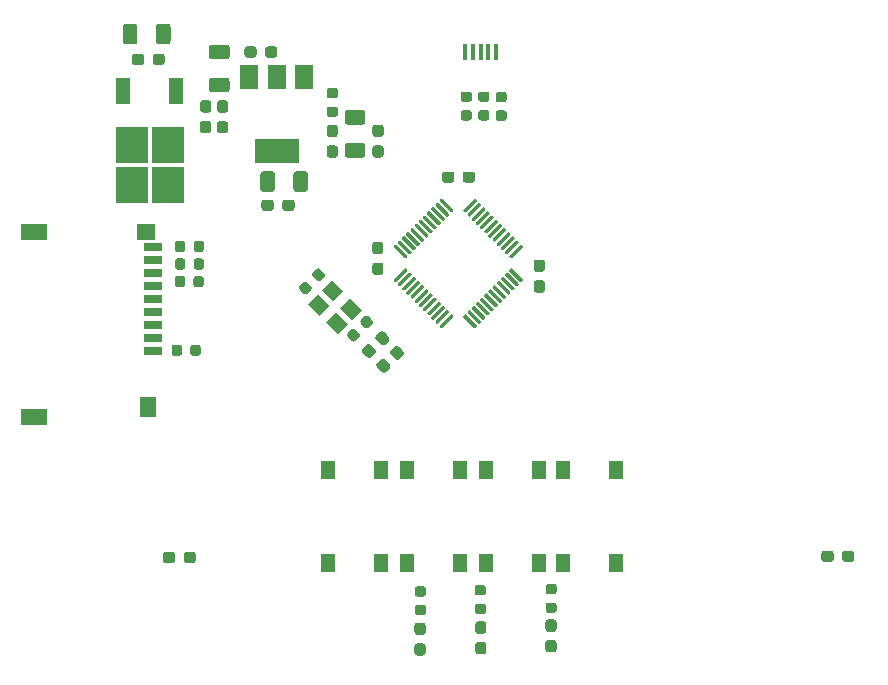
<source format=gbr>
%TF.GenerationSoftware,KiCad,Pcbnew,(5.1.6)-1*%
%TF.CreationDate,2020-09-08T21:04:45+07:00*%
%TF.ProjectId,C21_board,4332315f-626f-4617-9264-2e6b69636164,rev?*%
%TF.SameCoordinates,Original*%
%TF.FileFunction,Paste,Top*%
%TF.FilePolarity,Positive*%
%FSLAX46Y46*%
G04 Gerber Fmt 4.6, Leading zero omitted, Abs format (unit mm)*
G04 Created by KiCad (PCBNEW (5.1.6)-1) date 2020-09-08 21:04:45*
%MOMM*%
%LPD*%
G01*
G04 APERTURE LIST*
%ADD10R,1.300000X1.550000*%
%ADD11R,0.400000X1.350000*%
%ADD12R,2.750000X3.050000*%
%ADD13R,1.200000X2.200000*%
%ADD14C,0.100000*%
%ADD15R,1.500000X2.000000*%
%ADD16R,3.800000X2.000000*%
%ADD17R,1.600000X0.700000*%
%ADD18R,1.600000X1.400000*%
%ADD19R,2.200000X1.400000*%
%ADD20R,1.400000X1.800000*%
G04 APERTURE END LIST*
D10*
%TO.C,SW2*%
X148025000Y-107825000D03*
X152525000Y-107825000D03*
X152525000Y-99875000D03*
X148025000Y-99875000D03*
%TD*%
%TO.C,SW5*%
X141450000Y-107825000D03*
X145950000Y-107825000D03*
X145950000Y-99875000D03*
X141450000Y-99875000D03*
%TD*%
%TO.C,SW4*%
X134775000Y-107825000D03*
X139275000Y-107825000D03*
X139275000Y-99875000D03*
X134775000Y-99875000D03*
%TD*%
%TO.C,SW1*%
X128100000Y-107825000D03*
X132600000Y-107825000D03*
X132600000Y-99875000D03*
X128100000Y-99875000D03*
%TD*%
%TO.C,U3*%
G36*
G01*
X134624516Y-82000736D02*
X133687600Y-81063820D01*
G75*
G02*
X133687600Y-80957754I53033J53033D01*
G01*
X133793666Y-80851688D01*
G75*
G02*
X133899732Y-80851688I53033J-53033D01*
G01*
X134836648Y-81788604D01*
G75*
G02*
X134836648Y-81894670I-53033J-53033D01*
G01*
X134730582Y-82000736D01*
G75*
G02*
X134624516Y-82000736I-53033J53033D01*
G01*
G37*
G36*
G01*
X134978070Y-81647182D02*
X134041154Y-80710266D01*
G75*
G02*
X134041154Y-80604200I53033J53033D01*
G01*
X134147220Y-80498134D01*
G75*
G02*
X134253286Y-80498134I53033J-53033D01*
G01*
X135190202Y-81435050D01*
G75*
G02*
X135190202Y-81541116I-53033J-53033D01*
G01*
X135084136Y-81647182D01*
G75*
G02*
X134978070Y-81647182I-53033J53033D01*
G01*
G37*
G36*
G01*
X135331623Y-81293629D02*
X134394707Y-80356713D01*
G75*
G02*
X134394707Y-80250647I53033J53033D01*
G01*
X134500773Y-80144581D01*
G75*
G02*
X134606839Y-80144581I53033J-53033D01*
G01*
X135543755Y-81081497D01*
G75*
G02*
X135543755Y-81187563I-53033J-53033D01*
G01*
X135437689Y-81293629D01*
G75*
G02*
X135331623Y-81293629I-53033J53033D01*
G01*
G37*
G36*
G01*
X135685177Y-80940075D02*
X134748261Y-80003159D01*
G75*
G02*
X134748261Y-79897093I53033J53033D01*
G01*
X134854327Y-79791027D01*
G75*
G02*
X134960393Y-79791027I53033J-53033D01*
G01*
X135897309Y-80727943D01*
G75*
G02*
X135897309Y-80834009I-53033J-53033D01*
G01*
X135791243Y-80940075D01*
G75*
G02*
X135685177Y-80940075I-53033J53033D01*
G01*
G37*
G36*
G01*
X136038730Y-80586522D02*
X135101814Y-79649606D01*
G75*
G02*
X135101814Y-79543540I53033J53033D01*
G01*
X135207880Y-79437474D01*
G75*
G02*
X135313946Y-79437474I53033J-53033D01*
G01*
X136250862Y-80374390D01*
G75*
G02*
X136250862Y-80480456I-53033J-53033D01*
G01*
X136144796Y-80586522D01*
G75*
G02*
X136038730Y-80586522I-53033J53033D01*
G01*
G37*
G36*
G01*
X136392283Y-80232969D02*
X135455367Y-79296053D01*
G75*
G02*
X135455367Y-79189987I53033J53033D01*
G01*
X135561433Y-79083921D01*
G75*
G02*
X135667499Y-79083921I53033J-53033D01*
G01*
X136604415Y-80020837D01*
G75*
G02*
X136604415Y-80126903I-53033J-53033D01*
G01*
X136498349Y-80232969D01*
G75*
G02*
X136392283Y-80232969I-53033J53033D01*
G01*
G37*
G36*
G01*
X136745837Y-79879415D02*
X135808921Y-78942499D01*
G75*
G02*
X135808921Y-78836433I53033J53033D01*
G01*
X135914987Y-78730367D01*
G75*
G02*
X136021053Y-78730367I53033J-53033D01*
G01*
X136957969Y-79667283D01*
G75*
G02*
X136957969Y-79773349I-53033J-53033D01*
G01*
X136851903Y-79879415D01*
G75*
G02*
X136745837Y-79879415I-53033J53033D01*
G01*
G37*
G36*
G01*
X137099390Y-79525862D02*
X136162474Y-78588946D01*
G75*
G02*
X136162474Y-78482880I53033J53033D01*
G01*
X136268540Y-78376814D01*
G75*
G02*
X136374606Y-78376814I53033J-53033D01*
G01*
X137311522Y-79313730D01*
G75*
G02*
X137311522Y-79419796I-53033J-53033D01*
G01*
X137205456Y-79525862D01*
G75*
G02*
X137099390Y-79525862I-53033J53033D01*
G01*
G37*
G36*
G01*
X137452943Y-79172309D02*
X136516027Y-78235393D01*
G75*
G02*
X136516027Y-78129327I53033J53033D01*
G01*
X136622093Y-78023261D01*
G75*
G02*
X136728159Y-78023261I53033J-53033D01*
G01*
X137665075Y-78960177D01*
G75*
G02*
X137665075Y-79066243I-53033J-53033D01*
G01*
X137559009Y-79172309D01*
G75*
G02*
X137452943Y-79172309I-53033J53033D01*
G01*
G37*
G36*
G01*
X137806497Y-78818755D02*
X136869581Y-77881839D01*
G75*
G02*
X136869581Y-77775773I53033J53033D01*
G01*
X136975647Y-77669707D01*
G75*
G02*
X137081713Y-77669707I53033J-53033D01*
G01*
X138018629Y-78606623D01*
G75*
G02*
X138018629Y-78712689I-53033J-53033D01*
G01*
X137912563Y-78818755D01*
G75*
G02*
X137806497Y-78818755I-53033J53033D01*
G01*
G37*
G36*
G01*
X138160050Y-78465202D02*
X137223134Y-77528286D01*
G75*
G02*
X137223134Y-77422220I53033J53033D01*
G01*
X137329200Y-77316154D01*
G75*
G02*
X137435266Y-77316154I53033J-53033D01*
G01*
X138372182Y-78253070D01*
G75*
G02*
X138372182Y-78359136I-53033J-53033D01*
G01*
X138266116Y-78465202D01*
G75*
G02*
X138160050Y-78465202I-53033J53033D01*
G01*
G37*
G36*
G01*
X138513604Y-78111648D02*
X137576688Y-77174732D01*
G75*
G02*
X137576688Y-77068666I53033J53033D01*
G01*
X137682754Y-76962600D01*
G75*
G02*
X137788820Y-76962600I53033J-53033D01*
G01*
X138725736Y-77899516D01*
G75*
G02*
X138725736Y-78005582I-53033J-53033D01*
G01*
X138619670Y-78111648D01*
G75*
G02*
X138513604Y-78111648I-53033J53033D01*
G01*
G37*
G36*
G01*
X139680330Y-78111648D02*
X139574264Y-78005582D01*
G75*
G02*
X139574264Y-77899516I53033J53033D01*
G01*
X140511180Y-76962600D01*
G75*
G02*
X140617246Y-76962600I53033J-53033D01*
G01*
X140723312Y-77068666D01*
G75*
G02*
X140723312Y-77174732I-53033J-53033D01*
G01*
X139786396Y-78111648D01*
G75*
G02*
X139680330Y-78111648I-53033J53033D01*
G01*
G37*
G36*
G01*
X140033884Y-78465202D02*
X139927818Y-78359136D01*
G75*
G02*
X139927818Y-78253070I53033J53033D01*
G01*
X140864734Y-77316154D01*
G75*
G02*
X140970800Y-77316154I53033J-53033D01*
G01*
X141076866Y-77422220D01*
G75*
G02*
X141076866Y-77528286I-53033J-53033D01*
G01*
X140139950Y-78465202D01*
G75*
G02*
X140033884Y-78465202I-53033J53033D01*
G01*
G37*
G36*
G01*
X140387437Y-78818755D02*
X140281371Y-78712689D01*
G75*
G02*
X140281371Y-78606623I53033J53033D01*
G01*
X141218287Y-77669707D01*
G75*
G02*
X141324353Y-77669707I53033J-53033D01*
G01*
X141430419Y-77775773D01*
G75*
G02*
X141430419Y-77881839I-53033J-53033D01*
G01*
X140493503Y-78818755D01*
G75*
G02*
X140387437Y-78818755I-53033J53033D01*
G01*
G37*
G36*
G01*
X140740991Y-79172309D02*
X140634925Y-79066243D01*
G75*
G02*
X140634925Y-78960177I53033J53033D01*
G01*
X141571841Y-78023261D01*
G75*
G02*
X141677907Y-78023261I53033J-53033D01*
G01*
X141783973Y-78129327D01*
G75*
G02*
X141783973Y-78235393I-53033J-53033D01*
G01*
X140847057Y-79172309D01*
G75*
G02*
X140740991Y-79172309I-53033J53033D01*
G01*
G37*
G36*
G01*
X141094544Y-79525862D02*
X140988478Y-79419796D01*
G75*
G02*
X140988478Y-79313730I53033J53033D01*
G01*
X141925394Y-78376814D01*
G75*
G02*
X142031460Y-78376814I53033J-53033D01*
G01*
X142137526Y-78482880D01*
G75*
G02*
X142137526Y-78588946I-53033J-53033D01*
G01*
X141200610Y-79525862D01*
G75*
G02*
X141094544Y-79525862I-53033J53033D01*
G01*
G37*
G36*
G01*
X141448097Y-79879415D02*
X141342031Y-79773349D01*
G75*
G02*
X141342031Y-79667283I53033J53033D01*
G01*
X142278947Y-78730367D01*
G75*
G02*
X142385013Y-78730367I53033J-53033D01*
G01*
X142491079Y-78836433D01*
G75*
G02*
X142491079Y-78942499I-53033J-53033D01*
G01*
X141554163Y-79879415D01*
G75*
G02*
X141448097Y-79879415I-53033J53033D01*
G01*
G37*
G36*
G01*
X141801651Y-80232969D02*
X141695585Y-80126903D01*
G75*
G02*
X141695585Y-80020837I53033J53033D01*
G01*
X142632501Y-79083921D01*
G75*
G02*
X142738567Y-79083921I53033J-53033D01*
G01*
X142844633Y-79189987D01*
G75*
G02*
X142844633Y-79296053I-53033J-53033D01*
G01*
X141907717Y-80232969D01*
G75*
G02*
X141801651Y-80232969I-53033J53033D01*
G01*
G37*
G36*
G01*
X142155204Y-80586522D02*
X142049138Y-80480456D01*
G75*
G02*
X142049138Y-80374390I53033J53033D01*
G01*
X142986054Y-79437474D01*
G75*
G02*
X143092120Y-79437474I53033J-53033D01*
G01*
X143198186Y-79543540D01*
G75*
G02*
X143198186Y-79649606I-53033J-53033D01*
G01*
X142261270Y-80586522D01*
G75*
G02*
X142155204Y-80586522I-53033J53033D01*
G01*
G37*
G36*
G01*
X142508757Y-80940075D02*
X142402691Y-80834009D01*
G75*
G02*
X142402691Y-80727943I53033J53033D01*
G01*
X143339607Y-79791027D01*
G75*
G02*
X143445673Y-79791027I53033J-53033D01*
G01*
X143551739Y-79897093D01*
G75*
G02*
X143551739Y-80003159I-53033J-53033D01*
G01*
X142614823Y-80940075D01*
G75*
G02*
X142508757Y-80940075I-53033J53033D01*
G01*
G37*
G36*
G01*
X142862311Y-81293629D02*
X142756245Y-81187563D01*
G75*
G02*
X142756245Y-81081497I53033J53033D01*
G01*
X143693161Y-80144581D01*
G75*
G02*
X143799227Y-80144581I53033J-53033D01*
G01*
X143905293Y-80250647D01*
G75*
G02*
X143905293Y-80356713I-53033J-53033D01*
G01*
X142968377Y-81293629D01*
G75*
G02*
X142862311Y-81293629I-53033J53033D01*
G01*
G37*
G36*
G01*
X143215864Y-81647182D02*
X143109798Y-81541116D01*
G75*
G02*
X143109798Y-81435050I53033J53033D01*
G01*
X144046714Y-80498134D01*
G75*
G02*
X144152780Y-80498134I53033J-53033D01*
G01*
X144258846Y-80604200D01*
G75*
G02*
X144258846Y-80710266I-53033J-53033D01*
G01*
X143321930Y-81647182D01*
G75*
G02*
X143215864Y-81647182I-53033J53033D01*
G01*
G37*
G36*
G01*
X143569418Y-82000736D02*
X143463352Y-81894670D01*
G75*
G02*
X143463352Y-81788604I53033J53033D01*
G01*
X144400268Y-80851688D01*
G75*
G02*
X144506334Y-80851688I53033J-53033D01*
G01*
X144612400Y-80957754D01*
G75*
G02*
X144612400Y-81063820I-53033J-53033D01*
G01*
X143675484Y-82000736D01*
G75*
G02*
X143569418Y-82000736I-53033J53033D01*
G01*
G37*
G36*
G01*
X144400268Y-83998312D02*
X143463352Y-83061396D01*
G75*
G02*
X143463352Y-82955330I53033J53033D01*
G01*
X143569418Y-82849264D01*
G75*
G02*
X143675484Y-82849264I53033J-53033D01*
G01*
X144612400Y-83786180D01*
G75*
G02*
X144612400Y-83892246I-53033J-53033D01*
G01*
X144506334Y-83998312D01*
G75*
G02*
X144400268Y-83998312I-53033J53033D01*
G01*
G37*
G36*
G01*
X144046714Y-84351866D02*
X143109798Y-83414950D01*
G75*
G02*
X143109798Y-83308884I53033J53033D01*
G01*
X143215864Y-83202818D01*
G75*
G02*
X143321930Y-83202818I53033J-53033D01*
G01*
X144258846Y-84139734D01*
G75*
G02*
X144258846Y-84245800I-53033J-53033D01*
G01*
X144152780Y-84351866D01*
G75*
G02*
X144046714Y-84351866I-53033J53033D01*
G01*
G37*
G36*
G01*
X143693161Y-84705419D02*
X142756245Y-83768503D01*
G75*
G02*
X142756245Y-83662437I53033J53033D01*
G01*
X142862311Y-83556371D01*
G75*
G02*
X142968377Y-83556371I53033J-53033D01*
G01*
X143905293Y-84493287D01*
G75*
G02*
X143905293Y-84599353I-53033J-53033D01*
G01*
X143799227Y-84705419D01*
G75*
G02*
X143693161Y-84705419I-53033J53033D01*
G01*
G37*
G36*
G01*
X143339607Y-85058973D02*
X142402691Y-84122057D01*
G75*
G02*
X142402691Y-84015991I53033J53033D01*
G01*
X142508757Y-83909925D01*
G75*
G02*
X142614823Y-83909925I53033J-53033D01*
G01*
X143551739Y-84846841D01*
G75*
G02*
X143551739Y-84952907I-53033J-53033D01*
G01*
X143445673Y-85058973D01*
G75*
G02*
X143339607Y-85058973I-53033J53033D01*
G01*
G37*
G36*
G01*
X142986054Y-85412526D02*
X142049138Y-84475610D01*
G75*
G02*
X142049138Y-84369544I53033J53033D01*
G01*
X142155204Y-84263478D01*
G75*
G02*
X142261270Y-84263478I53033J-53033D01*
G01*
X143198186Y-85200394D01*
G75*
G02*
X143198186Y-85306460I-53033J-53033D01*
G01*
X143092120Y-85412526D01*
G75*
G02*
X142986054Y-85412526I-53033J53033D01*
G01*
G37*
G36*
G01*
X142632501Y-85766079D02*
X141695585Y-84829163D01*
G75*
G02*
X141695585Y-84723097I53033J53033D01*
G01*
X141801651Y-84617031D01*
G75*
G02*
X141907717Y-84617031I53033J-53033D01*
G01*
X142844633Y-85553947D01*
G75*
G02*
X142844633Y-85660013I-53033J-53033D01*
G01*
X142738567Y-85766079D01*
G75*
G02*
X142632501Y-85766079I-53033J53033D01*
G01*
G37*
G36*
G01*
X142278947Y-86119633D02*
X141342031Y-85182717D01*
G75*
G02*
X141342031Y-85076651I53033J53033D01*
G01*
X141448097Y-84970585D01*
G75*
G02*
X141554163Y-84970585I53033J-53033D01*
G01*
X142491079Y-85907501D01*
G75*
G02*
X142491079Y-86013567I-53033J-53033D01*
G01*
X142385013Y-86119633D01*
G75*
G02*
X142278947Y-86119633I-53033J53033D01*
G01*
G37*
G36*
G01*
X141925394Y-86473186D02*
X140988478Y-85536270D01*
G75*
G02*
X140988478Y-85430204I53033J53033D01*
G01*
X141094544Y-85324138D01*
G75*
G02*
X141200610Y-85324138I53033J-53033D01*
G01*
X142137526Y-86261054D01*
G75*
G02*
X142137526Y-86367120I-53033J-53033D01*
G01*
X142031460Y-86473186D01*
G75*
G02*
X141925394Y-86473186I-53033J53033D01*
G01*
G37*
G36*
G01*
X141571841Y-86826739D02*
X140634925Y-85889823D01*
G75*
G02*
X140634925Y-85783757I53033J53033D01*
G01*
X140740991Y-85677691D01*
G75*
G02*
X140847057Y-85677691I53033J-53033D01*
G01*
X141783973Y-86614607D01*
G75*
G02*
X141783973Y-86720673I-53033J-53033D01*
G01*
X141677907Y-86826739D01*
G75*
G02*
X141571841Y-86826739I-53033J53033D01*
G01*
G37*
G36*
G01*
X141218287Y-87180293D02*
X140281371Y-86243377D01*
G75*
G02*
X140281371Y-86137311I53033J53033D01*
G01*
X140387437Y-86031245D01*
G75*
G02*
X140493503Y-86031245I53033J-53033D01*
G01*
X141430419Y-86968161D01*
G75*
G02*
X141430419Y-87074227I-53033J-53033D01*
G01*
X141324353Y-87180293D01*
G75*
G02*
X141218287Y-87180293I-53033J53033D01*
G01*
G37*
G36*
G01*
X140864734Y-87533846D02*
X139927818Y-86596930D01*
G75*
G02*
X139927818Y-86490864I53033J53033D01*
G01*
X140033884Y-86384798D01*
G75*
G02*
X140139950Y-86384798I53033J-53033D01*
G01*
X141076866Y-87321714D01*
G75*
G02*
X141076866Y-87427780I-53033J-53033D01*
G01*
X140970800Y-87533846D01*
G75*
G02*
X140864734Y-87533846I-53033J53033D01*
G01*
G37*
G36*
G01*
X140511180Y-87887400D02*
X139574264Y-86950484D01*
G75*
G02*
X139574264Y-86844418I53033J53033D01*
G01*
X139680330Y-86738352D01*
G75*
G02*
X139786396Y-86738352I53033J-53033D01*
G01*
X140723312Y-87675268D01*
G75*
G02*
X140723312Y-87781334I-53033J-53033D01*
G01*
X140617246Y-87887400D01*
G75*
G02*
X140511180Y-87887400I-53033J53033D01*
G01*
G37*
G36*
G01*
X137682754Y-87887400D02*
X137576688Y-87781334D01*
G75*
G02*
X137576688Y-87675268I53033J53033D01*
G01*
X138513604Y-86738352D01*
G75*
G02*
X138619670Y-86738352I53033J-53033D01*
G01*
X138725736Y-86844418D01*
G75*
G02*
X138725736Y-86950484I-53033J-53033D01*
G01*
X137788820Y-87887400D01*
G75*
G02*
X137682754Y-87887400I-53033J53033D01*
G01*
G37*
G36*
G01*
X137329200Y-87533846D02*
X137223134Y-87427780D01*
G75*
G02*
X137223134Y-87321714I53033J53033D01*
G01*
X138160050Y-86384798D01*
G75*
G02*
X138266116Y-86384798I53033J-53033D01*
G01*
X138372182Y-86490864D01*
G75*
G02*
X138372182Y-86596930I-53033J-53033D01*
G01*
X137435266Y-87533846D01*
G75*
G02*
X137329200Y-87533846I-53033J53033D01*
G01*
G37*
G36*
G01*
X136975647Y-87180293D02*
X136869581Y-87074227D01*
G75*
G02*
X136869581Y-86968161I53033J53033D01*
G01*
X137806497Y-86031245D01*
G75*
G02*
X137912563Y-86031245I53033J-53033D01*
G01*
X138018629Y-86137311D01*
G75*
G02*
X138018629Y-86243377I-53033J-53033D01*
G01*
X137081713Y-87180293D01*
G75*
G02*
X136975647Y-87180293I-53033J53033D01*
G01*
G37*
G36*
G01*
X136622093Y-86826739D02*
X136516027Y-86720673D01*
G75*
G02*
X136516027Y-86614607I53033J53033D01*
G01*
X137452943Y-85677691D01*
G75*
G02*
X137559009Y-85677691I53033J-53033D01*
G01*
X137665075Y-85783757D01*
G75*
G02*
X137665075Y-85889823I-53033J-53033D01*
G01*
X136728159Y-86826739D01*
G75*
G02*
X136622093Y-86826739I-53033J53033D01*
G01*
G37*
G36*
G01*
X136268540Y-86473186D02*
X136162474Y-86367120D01*
G75*
G02*
X136162474Y-86261054I53033J53033D01*
G01*
X137099390Y-85324138D01*
G75*
G02*
X137205456Y-85324138I53033J-53033D01*
G01*
X137311522Y-85430204D01*
G75*
G02*
X137311522Y-85536270I-53033J-53033D01*
G01*
X136374606Y-86473186D01*
G75*
G02*
X136268540Y-86473186I-53033J53033D01*
G01*
G37*
G36*
G01*
X135914987Y-86119633D02*
X135808921Y-86013567D01*
G75*
G02*
X135808921Y-85907501I53033J53033D01*
G01*
X136745837Y-84970585D01*
G75*
G02*
X136851903Y-84970585I53033J-53033D01*
G01*
X136957969Y-85076651D01*
G75*
G02*
X136957969Y-85182717I-53033J-53033D01*
G01*
X136021053Y-86119633D01*
G75*
G02*
X135914987Y-86119633I-53033J53033D01*
G01*
G37*
G36*
G01*
X135561433Y-85766079D02*
X135455367Y-85660013D01*
G75*
G02*
X135455367Y-85553947I53033J53033D01*
G01*
X136392283Y-84617031D01*
G75*
G02*
X136498349Y-84617031I53033J-53033D01*
G01*
X136604415Y-84723097D01*
G75*
G02*
X136604415Y-84829163I-53033J-53033D01*
G01*
X135667499Y-85766079D01*
G75*
G02*
X135561433Y-85766079I-53033J53033D01*
G01*
G37*
G36*
G01*
X135207880Y-85412526D02*
X135101814Y-85306460D01*
G75*
G02*
X135101814Y-85200394I53033J53033D01*
G01*
X136038730Y-84263478D01*
G75*
G02*
X136144796Y-84263478I53033J-53033D01*
G01*
X136250862Y-84369544D01*
G75*
G02*
X136250862Y-84475610I-53033J-53033D01*
G01*
X135313946Y-85412526D01*
G75*
G02*
X135207880Y-85412526I-53033J53033D01*
G01*
G37*
G36*
G01*
X134854327Y-85058973D02*
X134748261Y-84952907D01*
G75*
G02*
X134748261Y-84846841I53033J53033D01*
G01*
X135685177Y-83909925D01*
G75*
G02*
X135791243Y-83909925I53033J-53033D01*
G01*
X135897309Y-84015991D01*
G75*
G02*
X135897309Y-84122057I-53033J-53033D01*
G01*
X134960393Y-85058973D01*
G75*
G02*
X134854327Y-85058973I-53033J53033D01*
G01*
G37*
G36*
G01*
X134500773Y-84705419D02*
X134394707Y-84599353D01*
G75*
G02*
X134394707Y-84493287I53033J53033D01*
G01*
X135331623Y-83556371D01*
G75*
G02*
X135437689Y-83556371I53033J-53033D01*
G01*
X135543755Y-83662437D01*
G75*
G02*
X135543755Y-83768503I-53033J-53033D01*
G01*
X134606839Y-84705419D01*
G75*
G02*
X134500773Y-84705419I-53033J53033D01*
G01*
G37*
G36*
G01*
X134147220Y-84351866D02*
X134041154Y-84245800D01*
G75*
G02*
X134041154Y-84139734I53033J53033D01*
G01*
X134978070Y-83202818D01*
G75*
G02*
X135084136Y-83202818I53033J-53033D01*
G01*
X135190202Y-83308884D01*
G75*
G02*
X135190202Y-83414950I-53033J-53033D01*
G01*
X134253286Y-84351866D01*
G75*
G02*
X134147220Y-84351866I-53033J53033D01*
G01*
G37*
G36*
G01*
X133793666Y-83998312D02*
X133687600Y-83892246D01*
G75*
G02*
X133687600Y-83786180I53033J53033D01*
G01*
X134624516Y-82849264D01*
G75*
G02*
X134730582Y-82849264I53033J-53033D01*
G01*
X134836648Y-82955330D01*
G75*
G02*
X134836648Y-83061396I-53033J-53033D01*
G01*
X133899732Y-83998312D01*
G75*
G02*
X133793666Y-83998312I-53033J53033D01*
G01*
G37*
%TD*%
%TO.C,C2*%
G36*
G01*
X131260531Y-87876861D02*
X130898138Y-87514469D01*
G75*
G02*
X130898138Y-87205109I154680J154680D01*
G01*
X131207497Y-86895750D01*
G75*
G02*
X131516857Y-86895750I154680J-154680D01*
G01*
X131879250Y-87258143D01*
G75*
G02*
X131879250Y-87567503I-154680J-154680D01*
G01*
X131569891Y-87876862D01*
G75*
G02*
X131260531Y-87876862I-154680J154680D01*
G01*
G37*
G36*
G01*
X130146837Y-88990555D02*
X129784444Y-88628163D01*
G75*
G02*
X129784444Y-88318803I154680J154680D01*
G01*
X130093803Y-88009444D01*
G75*
G02*
X130403163Y-88009444I154680J-154680D01*
G01*
X130765556Y-88371837D01*
G75*
G02*
X130765556Y-88681197I-154680J-154680D01*
G01*
X130456197Y-88990556D01*
G75*
G02*
X130146837Y-88990556I-154680J154680D01*
G01*
G37*
%TD*%
%TO.C,C1*%
G36*
G01*
X127178684Y-83883708D02*
X126816291Y-83521316D01*
G75*
G02*
X126816291Y-83211956I154680J154680D01*
G01*
X127125650Y-82902597D01*
G75*
G02*
X127435010Y-82902597I154680J-154680D01*
G01*
X127797403Y-83264990D01*
G75*
G02*
X127797403Y-83574350I-154680J-154680D01*
G01*
X127488044Y-83883709D01*
G75*
G02*
X127178684Y-83883709I-154680J154680D01*
G01*
G37*
G36*
G01*
X126064990Y-84997402D02*
X125702597Y-84635010D01*
G75*
G02*
X125702597Y-84325650I154680J154680D01*
G01*
X126011956Y-84016291D01*
G75*
G02*
X126321316Y-84016291I154680J-154680D01*
G01*
X126683709Y-84378684D01*
G75*
G02*
X126683709Y-84688044I-154680J-154680D01*
G01*
X126374350Y-84997403D01*
G75*
G02*
X126064990Y-84997403I-154680J154680D01*
G01*
G37*
%TD*%
%TO.C,C21*%
G36*
G01*
X113250000Y-65387500D02*
X113250000Y-64912500D01*
G75*
G02*
X113487500Y-64675000I237500J0D01*
G01*
X114062500Y-64675000D01*
G75*
G02*
X114300000Y-64912500I0J-237500D01*
G01*
X114300000Y-65387500D01*
G75*
G02*
X114062500Y-65625000I-237500J0D01*
G01*
X113487500Y-65625000D01*
G75*
G02*
X113250000Y-65387500I0J237500D01*
G01*
G37*
G36*
G01*
X111500000Y-65387500D02*
X111500000Y-64912500D01*
G75*
G02*
X111737500Y-64675000I237500J0D01*
G01*
X112312500Y-64675000D01*
G75*
G02*
X112550000Y-64912500I0J-237500D01*
G01*
X112550000Y-65387500D01*
G75*
G02*
X112312500Y-65625000I-237500J0D01*
G01*
X111737500Y-65625000D01*
G75*
G02*
X111500000Y-65387500I0J237500D01*
G01*
G37*
%TD*%
%TO.C,C4*%
G36*
G01*
X118275000Y-66700000D02*
X119525000Y-66700000D01*
G75*
G02*
X119775000Y-66950000I0J-250000D01*
G01*
X119775000Y-67700000D01*
G75*
G02*
X119525000Y-67950000I-250000J0D01*
G01*
X118275000Y-67950000D01*
G75*
G02*
X118025000Y-67700000I0J250000D01*
G01*
X118025000Y-66950000D01*
G75*
G02*
X118275000Y-66700000I250000J0D01*
G01*
G37*
G36*
G01*
X118275000Y-63900000D02*
X119525000Y-63900000D01*
G75*
G02*
X119775000Y-64150000I0J-250000D01*
G01*
X119775000Y-64900000D01*
G75*
G02*
X119525000Y-65150000I-250000J0D01*
G01*
X118275000Y-65150000D01*
G75*
G02*
X118025000Y-64900000I0J250000D01*
G01*
X118025000Y-64150000D01*
G75*
G02*
X118275000Y-63900000I250000J0D01*
G01*
G37*
%TD*%
%TO.C,C25*%
G36*
G01*
X131025000Y-70675000D02*
X129775000Y-70675000D01*
G75*
G02*
X129525000Y-70425000I0J250000D01*
G01*
X129525000Y-69675000D01*
G75*
G02*
X129775000Y-69425000I250000J0D01*
G01*
X131025000Y-69425000D01*
G75*
G02*
X131275000Y-69675000I0J-250000D01*
G01*
X131275000Y-70425000D01*
G75*
G02*
X131025000Y-70675000I-250000J0D01*
G01*
G37*
G36*
G01*
X131025000Y-73475000D02*
X129775000Y-73475000D01*
G75*
G02*
X129525000Y-73225000I0J250000D01*
G01*
X129525000Y-72475000D01*
G75*
G02*
X129775000Y-72225000I250000J0D01*
G01*
X131025000Y-72225000D01*
G75*
G02*
X131275000Y-72475000I0J-250000D01*
G01*
X131275000Y-73225000D01*
G75*
G02*
X131025000Y-73475000I-250000J0D01*
G01*
G37*
%TD*%
%TO.C,C24*%
G36*
G01*
X132587500Y-71725000D02*
X132112500Y-71725000D01*
G75*
G02*
X131875000Y-71487500I0J237500D01*
G01*
X131875000Y-70912500D01*
G75*
G02*
X132112500Y-70675000I237500J0D01*
G01*
X132587500Y-70675000D01*
G75*
G02*
X132825000Y-70912500I0J-237500D01*
G01*
X132825000Y-71487500D01*
G75*
G02*
X132587500Y-71725000I-237500J0D01*
G01*
G37*
G36*
G01*
X132587500Y-73475000D02*
X132112500Y-73475000D01*
G75*
G02*
X131875000Y-73237500I0J237500D01*
G01*
X131875000Y-72662500D01*
G75*
G02*
X132112500Y-72425000I237500J0D01*
G01*
X132587500Y-72425000D01*
G75*
G02*
X132825000Y-72662500I0J-237500D01*
G01*
X132825000Y-73237500D01*
G75*
G02*
X132587500Y-73475000I-237500J0D01*
G01*
G37*
%TD*%
D11*
%TO.C,USB*%
X141025000Y-64487500D03*
X140375000Y-64487500D03*
X139725000Y-64487500D03*
X142325000Y-64487500D03*
X141675000Y-64487500D03*
%TD*%
%TO.C,C20*%
G36*
G01*
X113525000Y-63625000D02*
X113525000Y-62375000D01*
G75*
G02*
X113775000Y-62125000I250000J0D01*
G01*
X114525000Y-62125000D01*
G75*
G02*
X114775000Y-62375000I0J-250000D01*
G01*
X114775000Y-63625000D01*
G75*
G02*
X114525000Y-63875000I-250000J0D01*
G01*
X113775000Y-63875000D01*
G75*
G02*
X113525000Y-63625000I0J250000D01*
G01*
G37*
G36*
G01*
X110725000Y-63625000D02*
X110725000Y-62375000D01*
G75*
G02*
X110975000Y-62125000I250000J0D01*
G01*
X111725000Y-62125000D01*
G75*
G02*
X111975000Y-62375000I0J-250000D01*
G01*
X111975000Y-63625000D01*
G75*
G02*
X111725000Y-63875000I-250000J0D01*
G01*
X110975000Y-63875000D01*
G75*
G02*
X110725000Y-63625000I0J250000D01*
G01*
G37*
%TD*%
D12*
%TO.C,U4*%
X111475000Y-72425000D03*
X114525000Y-75775000D03*
X114525000Y-72425000D03*
X111475000Y-75775000D03*
D13*
X110720000Y-67800000D03*
X115280000Y-67800000D03*
%TD*%
%TO.C,D4*%
G36*
G01*
X135678750Y-111335000D02*
X136191250Y-111335000D01*
G75*
G02*
X136410000Y-111553750I0J-218750D01*
G01*
X136410000Y-111991250D01*
G75*
G02*
X136191250Y-112210000I-218750J0D01*
G01*
X135678750Y-112210000D01*
G75*
G02*
X135460000Y-111991250I0J218750D01*
G01*
X135460000Y-111553750D01*
G75*
G02*
X135678750Y-111335000I218750J0D01*
G01*
G37*
G36*
G01*
X135678750Y-109760000D02*
X136191250Y-109760000D01*
G75*
G02*
X136410000Y-109978750I0J-218750D01*
G01*
X136410000Y-110416250D01*
G75*
G02*
X136191250Y-110635000I-218750J0D01*
G01*
X135678750Y-110635000D01*
G75*
G02*
X135460000Y-110416250I0J218750D01*
G01*
X135460000Y-109978750D01*
G75*
G02*
X135678750Y-109760000I218750J0D01*
G01*
G37*
%TD*%
%TO.C,D3*%
G36*
G01*
X140753750Y-111235000D02*
X141266250Y-111235000D01*
G75*
G02*
X141485000Y-111453750I0J-218750D01*
G01*
X141485000Y-111891250D01*
G75*
G02*
X141266250Y-112110000I-218750J0D01*
G01*
X140753750Y-112110000D01*
G75*
G02*
X140535000Y-111891250I0J218750D01*
G01*
X140535000Y-111453750D01*
G75*
G02*
X140753750Y-111235000I218750J0D01*
G01*
G37*
G36*
G01*
X140753750Y-109660000D02*
X141266250Y-109660000D01*
G75*
G02*
X141485000Y-109878750I0J-218750D01*
G01*
X141485000Y-110316250D01*
G75*
G02*
X141266250Y-110535000I-218750J0D01*
G01*
X140753750Y-110535000D01*
G75*
G02*
X140535000Y-110316250I0J218750D01*
G01*
X140535000Y-109878750D01*
G75*
G02*
X140753750Y-109660000I218750J0D01*
G01*
G37*
%TD*%
%TO.C,R17*%
G36*
G01*
X135662500Y-114585000D02*
X136137500Y-114585000D01*
G75*
G02*
X136375000Y-114822500I0J-237500D01*
G01*
X136375000Y-115397500D01*
G75*
G02*
X136137500Y-115635000I-237500J0D01*
G01*
X135662500Y-115635000D01*
G75*
G02*
X135425000Y-115397500I0J237500D01*
G01*
X135425000Y-114822500D01*
G75*
G02*
X135662500Y-114585000I237500J0D01*
G01*
G37*
G36*
G01*
X135662500Y-112835000D02*
X136137500Y-112835000D01*
G75*
G02*
X136375000Y-113072500I0J-237500D01*
G01*
X136375000Y-113647500D01*
G75*
G02*
X136137500Y-113885000I-237500J0D01*
G01*
X135662500Y-113885000D01*
G75*
G02*
X135425000Y-113647500I0J237500D01*
G01*
X135425000Y-113072500D01*
G75*
G02*
X135662500Y-112835000I237500J0D01*
G01*
G37*
%TD*%
%TO.C,R16*%
G36*
G01*
X140812500Y-114485000D02*
X141287500Y-114485000D01*
G75*
G02*
X141525000Y-114722500I0J-237500D01*
G01*
X141525000Y-115297500D01*
G75*
G02*
X141287500Y-115535000I-237500J0D01*
G01*
X140812500Y-115535000D01*
G75*
G02*
X140575000Y-115297500I0J237500D01*
G01*
X140575000Y-114722500D01*
G75*
G02*
X140812500Y-114485000I237500J0D01*
G01*
G37*
G36*
G01*
X140812500Y-112735000D02*
X141287500Y-112735000D01*
G75*
G02*
X141525000Y-112972500I0J-237500D01*
G01*
X141525000Y-113547500D01*
G75*
G02*
X141287500Y-113785000I-237500J0D01*
G01*
X140812500Y-113785000D01*
G75*
G02*
X140575000Y-113547500I0J237500D01*
G01*
X140575000Y-112972500D01*
G75*
G02*
X140812500Y-112735000I237500J0D01*
G01*
G37*
%TD*%
%TO.C,R15*%
G36*
G01*
X146747500Y-114315000D02*
X147222500Y-114315000D01*
G75*
G02*
X147460000Y-114552500I0J-237500D01*
G01*
X147460000Y-115127500D01*
G75*
G02*
X147222500Y-115365000I-237500J0D01*
G01*
X146747500Y-115365000D01*
G75*
G02*
X146510000Y-115127500I0J237500D01*
G01*
X146510000Y-114552500D01*
G75*
G02*
X146747500Y-114315000I237500J0D01*
G01*
G37*
G36*
G01*
X146747500Y-112565000D02*
X147222500Y-112565000D01*
G75*
G02*
X147460000Y-112802500I0J-237500D01*
G01*
X147460000Y-113377500D01*
G75*
G02*
X147222500Y-113615000I-237500J0D01*
G01*
X146747500Y-113615000D01*
G75*
G02*
X146510000Y-113377500I0J237500D01*
G01*
X146510000Y-112802500D01*
G75*
G02*
X146747500Y-112565000I237500J0D01*
G01*
G37*
%TD*%
%TO.C,D2*%
G36*
G01*
X146743750Y-111135000D02*
X147256250Y-111135000D01*
G75*
G02*
X147475000Y-111353750I0J-218750D01*
G01*
X147475000Y-111791250D01*
G75*
G02*
X147256250Y-112010000I-218750J0D01*
G01*
X146743750Y-112010000D01*
G75*
G02*
X146525000Y-111791250I0J218750D01*
G01*
X146525000Y-111353750D01*
G75*
G02*
X146743750Y-111135000I218750J0D01*
G01*
G37*
G36*
G01*
X146743750Y-109560000D02*
X147256250Y-109560000D01*
G75*
G02*
X147475000Y-109778750I0J-218750D01*
G01*
X147475000Y-110216250D01*
G75*
G02*
X147256250Y-110435000I-218750J0D01*
G01*
X146743750Y-110435000D01*
G75*
G02*
X146525000Y-110216250I0J218750D01*
G01*
X146525000Y-109778750D01*
G75*
G02*
X146743750Y-109560000I218750J0D01*
G01*
G37*
%TD*%
%TO.C,C23*%
G36*
G01*
X119417500Y-69670000D02*
X118942500Y-69670000D01*
G75*
G02*
X118705000Y-69432500I0J237500D01*
G01*
X118705000Y-68857500D01*
G75*
G02*
X118942500Y-68620000I237500J0D01*
G01*
X119417500Y-68620000D01*
G75*
G02*
X119655000Y-68857500I0J-237500D01*
G01*
X119655000Y-69432500D01*
G75*
G02*
X119417500Y-69670000I-237500J0D01*
G01*
G37*
G36*
G01*
X119417500Y-71420000D02*
X118942500Y-71420000D01*
G75*
G02*
X118705000Y-71182500I0J237500D01*
G01*
X118705000Y-70607500D01*
G75*
G02*
X118942500Y-70370000I237500J0D01*
G01*
X119417500Y-70370000D01*
G75*
G02*
X119655000Y-70607500I0J-237500D01*
G01*
X119655000Y-71182500D01*
G75*
G02*
X119417500Y-71420000I-237500J0D01*
G01*
G37*
%TD*%
%TO.C,C22*%
G36*
G01*
X117987500Y-69650000D02*
X117512500Y-69650000D01*
G75*
G02*
X117275000Y-69412500I0J237500D01*
G01*
X117275000Y-68837500D01*
G75*
G02*
X117512500Y-68600000I237500J0D01*
G01*
X117987500Y-68600000D01*
G75*
G02*
X118225000Y-68837500I0J-237500D01*
G01*
X118225000Y-69412500D01*
G75*
G02*
X117987500Y-69650000I-237500J0D01*
G01*
G37*
G36*
G01*
X117987500Y-71400000D02*
X117512500Y-71400000D01*
G75*
G02*
X117275000Y-71162500I0J237500D01*
G01*
X117275000Y-70587500D01*
G75*
G02*
X117512500Y-70350000I237500J0D01*
G01*
X117987500Y-70350000D01*
G75*
G02*
X118225000Y-70587500I0J-237500D01*
G01*
X118225000Y-71162500D01*
G75*
G02*
X117987500Y-71400000I-237500J0D01*
G01*
G37*
%TD*%
%TO.C,C19*%
G36*
G01*
X124225000Y-77737500D02*
X124225000Y-77262500D01*
G75*
G02*
X124462500Y-77025000I237500J0D01*
G01*
X125037500Y-77025000D01*
G75*
G02*
X125275000Y-77262500I0J-237500D01*
G01*
X125275000Y-77737500D01*
G75*
G02*
X125037500Y-77975000I-237500J0D01*
G01*
X124462500Y-77975000D01*
G75*
G02*
X124225000Y-77737500I0J237500D01*
G01*
G37*
G36*
G01*
X122475000Y-77737500D02*
X122475000Y-77262500D01*
G75*
G02*
X122712500Y-77025000I237500J0D01*
G01*
X123287500Y-77025000D01*
G75*
G02*
X123525000Y-77262500I0J-237500D01*
G01*
X123525000Y-77737500D01*
G75*
G02*
X123287500Y-77975000I-237500J0D01*
G01*
X122712500Y-77975000D01*
G75*
G02*
X122475000Y-77737500I0J237500D01*
G01*
G37*
%TD*%
D14*
%TO.C,Y1*%
G36*
X127577207Y-84646573D02*
G01*
X128425735Y-83798045D01*
X129415685Y-84787995D01*
X128567157Y-85636523D01*
X127577207Y-84646573D01*
G37*
G36*
X129132842Y-86202208D02*
G01*
X129981370Y-85353680D01*
X130971320Y-86343630D01*
X130122792Y-87192158D01*
X129132842Y-86202208D01*
G37*
G36*
X127930761Y-87404289D02*
G01*
X128779289Y-86555761D01*
X129769239Y-87545711D01*
X128920711Y-88394239D01*
X127930761Y-87404289D01*
G37*
G36*
X126375126Y-85848654D02*
G01*
X127223654Y-85000126D01*
X128213604Y-85990076D01*
X127365076Y-86838604D01*
X126375126Y-85848654D01*
G37*
%TD*%
D15*
%TO.C,AMS1117*%
X126050000Y-66600000D03*
X121450000Y-66600000D03*
X123750000Y-66600000D03*
D16*
X123750000Y-72900000D03*
%TD*%
%TO.C,R9*%
G36*
G01*
X116720000Y-84226250D02*
X116720000Y-83713750D01*
G75*
G02*
X116938750Y-83495000I218750J0D01*
G01*
X117376250Y-83495000D01*
G75*
G02*
X117595000Y-83713750I0J-218750D01*
G01*
X117595000Y-84226250D01*
G75*
G02*
X117376250Y-84445000I-218750J0D01*
G01*
X116938750Y-84445000D01*
G75*
G02*
X116720000Y-84226250I0J218750D01*
G01*
G37*
G36*
G01*
X115145000Y-84226250D02*
X115145000Y-83713750D01*
G75*
G02*
X115363750Y-83495000I218750J0D01*
G01*
X115801250Y-83495000D01*
G75*
G02*
X116020000Y-83713750I0J-218750D01*
G01*
X116020000Y-84226250D01*
G75*
G02*
X115801250Y-84445000I-218750J0D01*
G01*
X115363750Y-84445000D01*
G75*
G02*
X115145000Y-84226250I0J218750D01*
G01*
G37*
%TD*%
%TO.C,R8*%
G36*
G01*
X116730000Y-81241250D02*
X116730000Y-80728750D01*
G75*
G02*
X116948750Y-80510000I218750J0D01*
G01*
X117386250Y-80510000D01*
G75*
G02*
X117605000Y-80728750I0J-218750D01*
G01*
X117605000Y-81241250D01*
G75*
G02*
X117386250Y-81460000I-218750J0D01*
G01*
X116948750Y-81460000D01*
G75*
G02*
X116730000Y-81241250I0J218750D01*
G01*
G37*
G36*
G01*
X115155000Y-81241250D02*
X115155000Y-80728750D01*
G75*
G02*
X115373750Y-80510000I218750J0D01*
G01*
X115811250Y-80510000D01*
G75*
G02*
X116030000Y-80728750I0J-218750D01*
G01*
X116030000Y-81241250D01*
G75*
G02*
X115811250Y-81460000I-218750J0D01*
G01*
X115373750Y-81460000D01*
G75*
G02*
X115155000Y-81241250I0J218750D01*
G01*
G37*
%TD*%
%TO.C,R7*%
G36*
G01*
X116725000Y-82731250D02*
X116725000Y-82218750D01*
G75*
G02*
X116943750Y-82000000I218750J0D01*
G01*
X117381250Y-82000000D01*
G75*
G02*
X117600000Y-82218750I0J-218750D01*
G01*
X117600000Y-82731250D01*
G75*
G02*
X117381250Y-82950000I-218750J0D01*
G01*
X116943750Y-82950000D01*
G75*
G02*
X116725000Y-82731250I0J218750D01*
G01*
G37*
G36*
G01*
X115150000Y-82731250D02*
X115150000Y-82218750D01*
G75*
G02*
X115368750Y-82000000I218750J0D01*
G01*
X115806250Y-82000000D01*
G75*
G02*
X116025000Y-82218750I0J-218750D01*
G01*
X116025000Y-82731250D01*
G75*
G02*
X115806250Y-82950000I-218750J0D01*
G01*
X115368750Y-82950000D01*
G75*
G02*
X115150000Y-82731250I0J218750D01*
G01*
G37*
%TD*%
%TO.C,R6*%
G36*
G01*
X116450000Y-90031250D02*
X116450000Y-89518750D01*
G75*
G02*
X116668750Y-89300000I218750J0D01*
G01*
X117106250Y-89300000D01*
G75*
G02*
X117325000Y-89518750I0J-218750D01*
G01*
X117325000Y-90031250D01*
G75*
G02*
X117106250Y-90250000I-218750J0D01*
G01*
X116668750Y-90250000D01*
G75*
G02*
X116450000Y-90031250I0J218750D01*
G01*
G37*
G36*
G01*
X114875000Y-90031250D02*
X114875000Y-89518750D01*
G75*
G02*
X115093750Y-89300000I218750J0D01*
G01*
X115531250Y-89300000D01*
G75*
G02*
X115750000Y-89518750I0J-218750D01*
G01*
X115750000Y-90031250D01*
G75*
G02*
X115531250Y-90250000I-218750J0D01*
G01*
X115093750Y-90250000D01*
G75*
G02*
X114875000Y-90031250I0J218750D01*
G01*
G37*
%TD*%
%TO.C,R5*%
G36*
G01*
X143031250Y-68775000D02*
X142518750Y-68775000D01*
G75*
G02*
X142300000Y-68556250I0J218750D01*
G01*
X142300000Y-68118750D01*
G75*
G02*
X142518750Y-67900000I218750J0D01*
G01*
X143031250Y-67900000D01*
G75*
G02*
X143250000Y-68118750I0J-218750D01*
G01*
X143250000Y-68556250D01*
G75*
G02*
X143031250Y-68775000I-218750J0D01*
G01*
G37*
G36*
G01*
X143031250Y-70350000D02*
X142518750Y-70350000D01*
G75*
G02*
X142300000Y-70131250I0J218750D01*
G01*
X142300000Y-69693750D01*
G75*
G02*
X142518750Y-69475000I218750J0D01*
G01*
X143031250Y-69475000D01*
G75*
G02*
X143250000Y-69693750I0J-218750D01*
G01*
X143250000Y-70131250D01*
G75*
G02*
X143031250Y-70350000I-218750J0D01*
G01*
G37*
%TD*%
%TO.C,R4*%
G36*
G01*
X141556250Y-68750000D02*
X141043750Y-68750000D01*
G75*
G02*
X140825000Y-68531250I0J218750D01*
G01*
X140825000Y-68093750D01*
G75*
G02*
X141043750Y-67875000I218750J0D01*
G01*
X141556250Y-67875000D01*
G75*
G02*
X141775000Y-68093750I0J-218750D01*
G01*
X141775000Y-68531250D01*
G75*
G02*
X141556250Y-68750000I-218750J0D01*
G01*
G37*
G36*
G01*
X141556250Y-70325000D02*
X141043750Y-70325000D01*
G75*
G02*
X140825000Y-70106250I0J218750D01*
G01*
X140825000Y-69668750D01*
G75*
G02*
X141043750Y-69450000I218750J0D01*
G01*
X141556250Y-69450000D01*
G75*
G02*
X141775000Y-69668750I0J-218750D01*
G01*
X141775000Y-70106250D01*
G75*
G02*
X141556250Y-70325000I-218750J0D01*
G01*
G37*
%TD*%
%TO.C,R3*%
G36*
G01*
X128232500Y-72435000D02*
X128707500Y-72435000D01*
G75*
G02*
X128945000Y-72672500I0J-237500D01*
G01*
X128945000Y-73247500D01*
G75*
G02*
X128707500Y-73485000I-237500J0D01*
G01*
X128232500Y-73485000D01*
G75*
G02*
X127995000Y-73247500I0J237500D01*
G01*
X127995000Y-72672500D01*
G75*
G02*
X128232500Y-72435000I237500J0D01*
G01*
G37*
G36*
G01*
X128232500Y-70685000D02*
X128707500Y-70685000D01*
G75*
G02*
X128945000Y-70922500I0J-237500D01*
G01*
X128945000Y-71497500D01*
G75*
G02*
X128707500Y-71735000I-237500J0D01*
G01*
X128232500Y-71735000D01*
G75*
G02*
X127995000Y-71497500I0J237500D01*
G01*
X127995000Y-70922500D01*
G75*
G02*
X128232500Y-70685000I237500J0D01*
G01*
G37*
%TD*%
%TO.C,R1*%
G36*
G01*
X140081250Y-68750000D02*
X139568750Y-68750000D01*
G75*
G02*
X139350000Y-68531250I0J218750D01*
G01*
X139350000Y-68093750D01*
G75*
G02*
X139568750Y-67875000I218750J0D01*
G01*
X140081250Y-67875000D01*
G75*
G02*
X140300000Y-68093750I0J-218750D01*
G01*
X140300000Y-68531250D01*
G75*
G02*
X140081250Y-68750000I-218750J0D01*
G01*
G37*
G36*
G01*
X140081250Y-70325000D02*
X139568750Y-70325000D01*
G75*
G02*
X139350000Y-70106250I0J218750D01*
G01*
X139350000Y-69668750D01*
G75*
G02*
X139568750Y-69450000I218750J0D01*
G01*
X140081250Y-69450000D01*
G75*
G02*
X140300000Y-69668750I0J-218750D01*
G01*
X140300000Y-70106250D01*
G75*
G02*
X140081250Y-70325000I-218750J0D01*
G01*
G37*
%TD*%
D17*
%TO.C,P1*%
X113330000Y-89845000D03*
X113330000Y-88745000D03*
X113330000Y-87645000D03*
X113330000Y-86545000D03*
X113330000Y-85445000D03*
X113330000Y-84345000D03*
X113330000Y-83245000D03*
X113330000Y-82145000D03*
X113330000Y-81045000D03*
D18*
X112730000Y-79745000D03*
D19*
X103230000Y-79745000D03*
D20*
X112830000Y-94545000D03*
D19*
X103230000Y-95445000D03*
%TD*%
%TO.C,D1*%
G36*
G01*
X128223749Y-69145001D02*
X128736249Y-69145001D01*
G75*
G02*
X128954999Y-69363751I0J-218750D01*
G01*
X128954999Y-69801251D01*
G75*
G02*
X128736249Y-70020001I-218750J0D01*
G01*
X128223749Y-70020001D01*
G75*
G02*
X128004999Y-69801251I0J218750D01*
G01*
X128004999Y-69363751D01*
G75*
G02*
X128223749Y-69145001I218750J0D01*
G01*
G37*
G36*
G01*
X128223749Y-67570001D02*
X128736249Y-67570001D01*
G75*
G02*
X128954999Y-67788751I0J-218750D01*
G01*
X128954999Y-68226251D01*
G75*
G02*
X128736249Y-68445001I-218750J0D01*
G01*
X128223749Y-68445001D01*
G75*
G02*
X128004999Y-68226251I0J218750D01*
G01*
X128004999Y-67788751D01*
G75*
G02*
X128223749Y-67570001I218750J0D01*
G01*
G37*
%TD*%
%TO.C,C13*%
G36*
G01*
X133251733Y-88965857D02*
X132915857Y-89301733D01*
G75*
G02*
X132579981Y-89301733I-167938J167938D01*
G01*
X132173395Y-88895147D01*
G75*
G02*
X132173395Y-88559271I167938J167938D01*
G01*
X132509271Y-88223395D01*
G75*
G02*
X132845147Y-88223395I167938J-167938D01*
G01*
X133251733Y-88629981D01*
G75*
G02*
X133251733Y-88965857I-167938J-167938D01*
G01*
G37*
G36*
G01*
X134489169Y-90203293D02*
X134153293Y-90539169D01*
G75*
G02*
X133817417Y-90539169I-167938J167938D01*
G01*
X133410831Y-90132583D01*
G75*
G02*
X133410831Y-89796707I167938J167938D01*
G01*
X133746707Y-89460831D01*
G75*
G02*
X134082583Y-89460831I167938J-167938D01*
G01*
X134489169Y-89867417D01*
G75*
G02*
X134489169Y-90203293I-167938J-167938D01*
G01*
G37*
%TD*%
%TO.C,C12*%
G36*
G01*
X139500000Y-75357500D02*
X139500000Y-74882500D01*
G75*
G02*
X139737500Y-74645000I237500J0D01*
G01*
X140312500Y-74645000D01*
G75*
G02*
X140550000Y-74882500I0J-237500D01*
G01*
X140550000Y-75357500D01*
G75*
G02*
X140312500Y-75595000I-237500J0D01*
G01*
X139737500Y-75595000D01*
G75*
G02*
X139500000Y-75357500I0J237500D01*
G01*
G37*
G36*
G01*
X137750000Y-75357500D02*
X137750000Y-74882500D01*
G75*
G02*
X137987500Y-74645000I237500J0D01*
G01*
X138562500Y-74645000D01*
G75*
G02*
X138800000Y-74882500I0J-237500D01*
G01*
X138800000Y-75357500D01*
G75*
G02*
X138562500Y-75595000I-237500J0D01*
G01*
X137987500Y-75595000D01*
G75*
G02*
X137750000Y-75357500I0J237500D01*
G01*
G37*
%TD*%
%TO.C,C11*%
G36*
G01*
X171625000Y-107462500D02*
X171625000Y-106987500D01*
G75*
G02*
X171862500Y-106750000I237500J0D01*
G01*
X172437500Y-106750000D01*
G75*
G02*
X172675000Y-106987500I0J-237500D01*
G01*
X172675000Y-107462500D01*
G75*
G02*
X172437500Y-107700000I-237500J0D01*
G01*
X171862500Y-107700000D01*
G75*
G02*
X171625000Y-107462500I0J237500D01*
G01*
G37*
G36*
G01*
X169875000Y-107462500D02*
X169875000Y-106987500D01*
G75*
G02*
X170112500Y-106750000I237500J0D01*
G01*
X170687500Y-106750000D01*
G75*
G02*
X170925000Y-106987500I0J-237500D01*
G01*
X170925000Y-107462500D01*
G75*
G02*
X170687500Y-107700000I-237500J0D01*
G01*
X170112500Y-107700000D01*
G75*
G02*
X169875000Y-107462500I0J237500D01*
G01*
G37*
%TD*%
%TO.C,C10*%
G36*
G01*
X115875000Y-107562500D02*
X115875000Y-107087500D01*
G75*
G02*
X116112500Y-106850000I237500J0D01*
G01*
X116687500Y-106850000D01*
G75*
G02*
X116925000Y-107087500I0J-237500D01*
G01*
X116925000Y-107562500D01*
G75*
G02*
X116687500Y-107800000I-237500J0D01*
G01*
X116112500Y-107800000D01*
G75*
G02*
X115875000Y-107562500I0J237500D01*
G01*
G37*
G36*
G01*
X114125000Y-107562500D02*
X114125000Y-107087500D01*
G75*
G02*
X114362500Y-106850000I237500J0D01*
G01*
X114937500Y-106850000D01*
G75*
G02*
X115175000Y-107087500I0J-237500D01*
G01*
X115175000Y-107562500D01*
G75*
G02*
X114937500Y-107800000I-237500J0D01*
G01*
X114362500Y-107800000D01*
G75*
G02*
X114125000Y-107562500I0J237500D01*
G01*
G37*
%TD*%
%TO.C,C9*%
G36*
G01*
X125175000Y-76125000D02*
X125175000Y-74875000D01*
G75*
G02*
X125425000Y-74625000I250000J0D01*
G01*
X126175000Y-74625000D01*
G75*
G02*
X126425000Y-74875000I0J-250000D01*
G01*
X126425000Y-76125000D01*
G75*
G02*
X126175000Y-76375000I-250000J0D01*
G01*
X125425000Y-76375000D01*
G75*
G02*
X125175000Y-76125000I0J250000D01*
G01*
G37*
G36*
G01*
X122375000Y-76125000D02*
X122375000Y-74875000D01*
G75*
G02*
X122625000Y-74625000I250000J0D01*
G01*
X123375000Y-74625000D01*
G75*
G02*
X123625000Y-74875000I0J-250000D01*
G01*
X123625000Y-76125000D01*
G75*
G02*
X123375000Y-76375000I-250000J0D01*
G01*
X122625000Y-76375000D01*
G75*
G02*
X122375000Y-76125000I0J250000D01*
G01*
G37*
%TD*%
%TO.C,C8*%
G36*
G01*
X132101733Y-90040857D02*
X131765857Y-90376733D01*
G75*
G02*
X131429981Y-90376733I-167938J167938D01*
G01*
X131023395Y-89970147D01*
G75*
G02*
X131023395Y-89634271I167938J167938D01*
G01*
X131359271Y-89298395D01*
G75*
G02*
X131695147Y-89298395I167938J-167938D01*
G01*
X132101733Y-89704981D01*
G75*
G02*
X132101733Y-90040857I-167938J-167938D01*
G01*
G37*
G36*
G01*
X133339169Y-91278293D02*
X133003293Y-91614169D01*
G75*
G02*
X132667417Y-91614169I-167938J167938D01*
G01*
X132260831Y-91207583D01*
G75*
G02*
X132260831Y-90871707I167938J167938D01*
G01*
X132596707Y-90535831D01*
G75*
G02*
X132932583Y-90535831I167938J-167938D01*
G01*
X133339169Y-90942417D01*
G75*
G02*
X133339169Y-91278293I-167938J-167938D01*
G01*
G37*
%TD*%
%TO.C,C7*%
G36*
G01*
X145762500Y-83850000D02*
X146237500Y-83850000D01*
G75*
G02*
X146475000Y-84087500I0J-237500D01*
G01*
X146475000Y-84662500D01*
G75*
G02*
X146237500Y-84900000I-237500J0D01*
G01*
X145762500Y-84900000D01*
G75*
G02*
X145525000Y-84662500I0J237500D01*
G01*
X145525000Y-84087500D01*
G75*
G02*
X145762500Y-83850000I237500J0D01*
G01*
G37*
G36*
G01*
X145762500Y-82100000D02*
X146237500Y-82100000D01*
G75*
G02*
X146475000Y-82337500I0J-237500D01*
G01*
X146475000Y-82912500D01*
G75*
G02*
X146237500Y-83150000I-237500J0D01*
G01*
X145762500Y-83150000D01*
G75*
G02*
X145525000Y-82912500I0J237500D01*
G01*
X145525000Y-82337500D01*
G75*
G02*
X145762500Y-82100000I237500J0D01*
G01*
G37*
%TD*%
%TO.C,C6*%
G36*
G01*
X132087500Y-82350000D02*
X132562500Y-82350000D01*
G75*
G02*
X132800000Y-82587500I0J-237500D01*
G01*
X132800000Y-83162500D01*
G75*
G02*
X132562500Y-83400000I-237500J0D01*
G01*
X132087500Y-83400000D01*
G75*
G02*
X131850000Y-83162500I0J237500D01*
G01*
X131850000Y-82587500D01*
G75*
G02*
X132087500Y-82350000I237500J0D01*
G01*
G37*
G36*
G01*
X132087500Y-80600000D02*
X132562500Y-80600000D01*
G75*
G02*
X132800000Y-80837500I0J-237500D01*
G01*
X132800000Y-81412500D01*
G75*
G02*
X132562500Y-81650000I-237500J0D01*
G01*
X132087500Y-81650000D01*
G75*
G02*
X131850000Y-81412500I0J237500D01*
G01*
X131850000Y-80837500D01*
G75*
G02*
X132087500Y-80600000I237500J0D01*
G01*
G37*
%TD*%
%TO.C,C5*%
G36*
G01*
X122775000Y-64762500D02*
X122775000Y-64287500D01*
G75*
G02*
X123012500Y-64050000I237500J0D01*
G01*
X123587500Y-64050000D01*
G75*
G02*
X123825000Y-64287500I0J-237500D01*
G01*
X123825000Y-64762500D01*
G75*
G02*
X123587500Y-65000000I-237500J0D01*
G01*
X123012500Y-65000000D01*
G75*
G02*
X122775000Y-64762500I0J237500D01*
G01*
G37*
G36*
G01*
X121025000Y-64762500D02*
X121025000Y-64287500D01*
G75*
G02*
X121262500Y-64050000I237500J0D01*
G01*
X121837500Y-64050000D01*
G75*
G02*
X122075000Y-64287500I0J-237500D01*
G01*
X122075000Y-64762500D01*
G75*
G02*
X121837500Y-65000000I-237500J0D01*
G01*
X121262500Y-65000000D01*
G75*
G02*
X121025000Y-64762500I0J237500D01*
G01*
G37*
%TD*%
M02*

</source>
